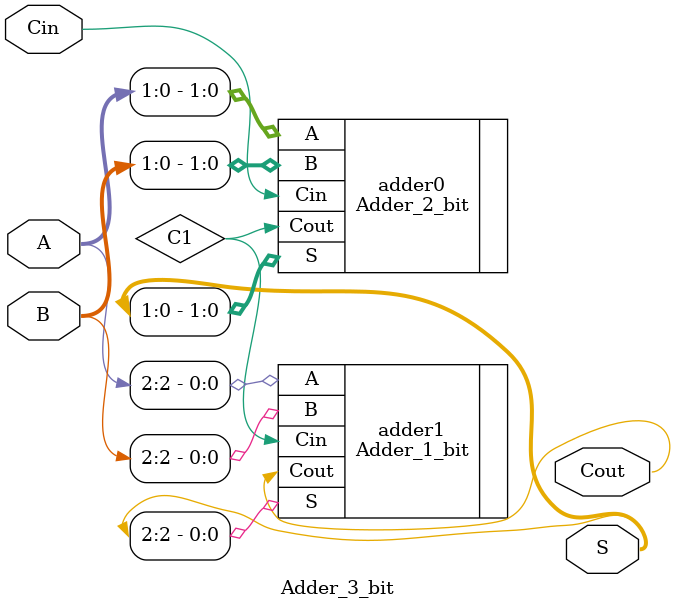
<source format=v>
module Adder_3_bit (
    input wire [2:0] A, B,   // 3-bit inputs
    input wire Cin,          // Carry-in for the least significant bit
    output wire [2:0] S,     // 3-bit sum output
    output wire Cout         // Carry-out from the most significant bit
);

    wire C1;                 // Intermediate carry between the 2-bit and 1-bit adders

    // 2-bit adder for the first two bits
    Adder_2_bit adder0 (
        .A(A[1:0]),
        .B(B[1:0]),
        .Cin(Cin),
        .S(S[1:0]),
        .Cout(C1)
    );

    // 1-bit adder for the most significant bit
    Adder_1_bit adder1 (
        .A(A[2]),
        .B(B[2]),
        .Cin(C1),
        .S(S[2]),
        .Cout(Cout)
    );

endmodule

</source>
